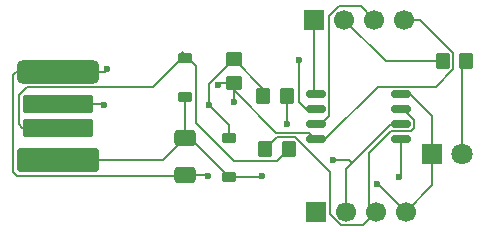
<source format=gbr>
%TF.GenerationSoftware,KiCad,Pcbnew,9.0.1*%
%TF.CreationDate,2025-11-17T22:12:27+05:30*%
%TF.ProjectId,Project_1,50726f6a-6563-4745-9f31-2e6b69636164,rev?*%
%TF.SameCoordinates,Original*%
%TF.FileFunction,Copper,L1,Top*%
%TF.FilePolarity,Positive*%
%FSLAX46Y46*%
G04 Gerber Fmt 4.6, Leading zero omitted, Abs format (unit mm)*
G04 Created by KiCad (PCBNEW 9.0.1) date 2025-11-17 22:12:27*
%MOMM*%
%LPD*%
G01*
G04 APERTURE LIST*
G04 Aperture macros list*
%AMRoundRect*
0 Rectangle with rounded corners*
0 $1 Rounding radius*
0 $2 $3 $4 $5 $6 $7 $8 $9 X,Y pos of 4 corners*
0 Add a 4 corners polygon primitive as box body*
4,1,4,$2,$3,$4,$5,$6,$7,$8,$9,$2,$3,0*
0 Add four circle primitives for the rounded corners*
1,1,$1+$1,$2,$3*
1,1,$1+$1,$4,$5*
1,1,$1+$1,$6,$7*
1,1,$1+$1,$8,$9*
0 Add four rect primitives between the rounded corners*
20,1,$1+$1,$2,$3,$4,$5,0*
20,1,$1+$1,$4,$5,$6,$7,0*
20,1,$1+$1,$6,$7,$8,$9,0*
20,1,$1+$1,$8,$9,$2,$3,0*%
G04 Aperture macros list end*
%TA.AperFunction,SMDPad,CuDef*%
%ADD10RoundRect,0.250000X-0.350000X-0.450000X0.350000X-0.450000X0.350000X0.450000X-0.350000X0.450000X0*%
%TD*%
%TA.AperFunction,SMDPad,CuDef*%
%ADD11RoundRect,0.250000X0.350000X0.450000X-0.350000X0.450000X-0.350000X-0.450000X0.350000X-0.450000X0*%
%TD*%
%TA.AperFunction,ComponentPad*%
%ADD12R,1.700000X1.700000*%
%TD*%
%TA.AperFunction,ComponentPad*%
%ADD13C,1.700000*%
%TD*%
%TA.AperFunction,SMDPad,CuDef*%
%ADD14RoundRect,0.250000X0.650000X-0.412500X0.650000X0.412500X-0.650000X0.412500X-0.650000X-0.412500X0*%
%TD*%
%TA.AperFunction,SMDPad,CuDef*%
%ADD15RoundRect,0.225000X-0.375000X0.225000X-0.375000X-0.225000X0.375000X-0.225000X0.375000X0.225000X0*%
%TD*%
%TA.AperFunction,SMDPad,CuDef*%
%ADD16RoundRect,0.500000X-3.000000X-0.500000X3.000000X-0.500000X3.000000X0.500000X-3.000000X0.500000X0*%
%TD*%
%TA.AperFunction,SMDPad,CuDef*%
%ADD17RoundRect,0.225000X-2.775000X-0.525000X2.775000X-0.525000X2.775000X0.525000X-2.775000X0.525000X0*%
%TD*%
%TA.AperFunction,SMDPad,CuDef*%
%ADD18RoundRect,0.300000X-3.200000X-0.700000X3.200000X-0.700000X3.200000X0.700000X-3.200000X0.700000X0*%
%TD*%
%TA.AperFunction,SMDPad,CuDef*%
%ADD19RoundRect,0.250000X0.450000X-0.350000X0.450000X0.350000X-0.450000X0.350000X-0.450000X-0.350000X0*%
%TD*%
%TA.AperFunction,ComponentPad*%
%ADD20R,1.800000X1.800000*%
%TD*%
%TA.AperFunction,ComponentPad*%
%ADD21C,1.800000*%
%TD*%
%TA.AperFunction,SMDPad,CuDef*%
%ADD22RoundRect,0.162500X0.650000X0.162500X-0.650000X0.162500X-0.650000X-0.162500X0.650000X-0.162500X0*%
%TD*%
%TA.AperFunction,ViaPad*%
%ADD23C,0.600000*%
%TD*%
%TA.AperFunction,Conductor*%
%ADD24C,0.200000*%
%TD*%
G04 APERTURE END LIST*
D10*
%TO.P,R1,1*%
%TO.N,Net-(J2-Pin_3)*%
X136550000Y-79950000D03*
%TO.P,R1,2*%
%TO.N,Net-(D1-K)*%
X138550000Y-79950000D03*
%TD*%
%TO.P,R3,1*%
%TO.N,Net-(J1-Pin_2)*%
X151600000Y-72500000D03*
%TO.P,R3,2*%
%TO.N,Net-(D3-A)*%
X153600000Y-72500000D03*
%TD*%
D11*
%TO.P,R2,1*%
%TO.N,Net-(J2-Pin_2)*%
X138400000Y-75450000D03*
%TO.P,R2,2*%
%TO.N,Net-(D2-K)*%
X136400000Y-75450000D03*
%TD*%
D12*
%TO.P,J2,1,Pin_1*%
%TO.N,Net-(J2-Pin_1)*%
X140890000Y-85250000D03*
D13*
%TO.P,J2,2,Pin_2*%
%TO.N,Net-(J2-Pin_2)*%
X143430000Y-85250000D03*
%TO.P,J2,3,Pin_3*%
%TO.N,Net-(J2-Pin_3)*%
X145970000Y-85250000D03*
%TO.P,J2,4,Pin_4*%
%TO.N,GND*%
X148510000Y-85250000D03*
%TD*%
D14*
%TO.P,C1,1*%
%TO.N,+5V*%
X129800000Y-82112500D03*
%TO.P,C1,2*%
%TO.N,GND*%
X129800000Y-78987500D03*
%TD*%
D15*
%TO.P,D1,1,K*%
%TO.N,Net-(D1-K)*%
X129750000Y-72200000D03*
%TO.P,D1,2,A*%
%TO.N,GND*%
X129750000Y-75500000D03*
%TD*%
D16*
%TO.P,U2,1,Vcc*%
%TO.N,+5V*%
X119000000Y-73400000D03*
D17*
%TO.P,U2,2,D+*%
%TO.N,Net-(D2-K)*%
X119000000Y-76150000D03*
%TO.P,U2,3,D-*%
%TO.N,Net-(D1-K)*%
X119000000Y-78150000D03*
D18*
%TO.P,U2,4,GND*%
%TO.N,GND*%
X119000000Y-80900000D03*
%TD*%
D12*
%TO.P,J1,1,Pin_1*%
%TO.N,Net-(J1-Pin_1)*%
X140730000Y-69000000D03*
D13*
%TO.P,J1,2,Pin_2*%
%TO.N,Net-(J1-Pin_2)*%
X143270000Y-69000000D03*
%TO.P,J1,3,Pin_3*%
%TO.N,Net-(J1-Pin_3)*%
X145810000Y-69000000D03*
%TO.P,J1,4,Pin_4*%
%TO.N,+5V*%
X148350000Y-69000000D03*
%TD*%
D19*
%TO.P,R4,1*%
%TO.N,+5V*%
X133900000Y-74350000D03*
%TO.P,R4,2*%
%TO.N,Net-(D2-K)*%
X133900000Y-72350000D03*
%TD*%
D15*
%TO.P,D2,1,K*%
%TO.N,Net-(D2-K)*%
X133550000Y-79000000D03*
%TO.P,D2,2,A*%
%TO.N,GND*%
X133550000Y-82300000D03*
%TD*%
D20*
%TO.P,D3,1,K*%
%TO.N,GND*%
X150730000Y-80350000D03*
D21*
%TO.P,D3,2,A*%
%TO.N,Net-(D3-A)*%
X153270000Y-80350000D03*
%TD*%
D22*
%TO.P,U3,1,~{RESET}/PB5*%
%TO.N,Net-(J2-Pin_1)*%
X148037500Y-79105000D03*
%TO.P,U3,2,XTAL1/PB3*%
%TO.N,Net-(J2-Pin_2)*%
X148037500Y-77835000D03*
%TO.P,U3,3,XTAL2/PB4*%
%TO.N,Net-(J2-Pin_3)*%
X148037500Y-76565000D03*
%TO.P,U3,4,GND*%
%TO.N,GND*%
X148037500Y-75295000D03*
%TO.P,U3,5,AREF/PB0*%
%TO.N,Net-(J1-Pin_1)*%
X140862500Y-75295000D03*
%TO.P,U3,6,PB1*%
%TO.N,Net-(J1-Pin_2)*%
X140862500Y-76565000D03*
%TO.P,U3,7,PB2*%
%TO.N,Net-(J1-Pin_3)*%
X140862500Y-77835000D03*
%TO.P,U3,8,VCC*%
%TO.N,+5V*%
X140862500Y-79105000D03*
%TD*%
D23*
%TO.N,+5V*%
X131700000Y-82200000D03*
X133950000Y-76000000D03*
X132550000Y-74550000D03*
X123200000Y-73200000D03*
%TO.N,GND*%
X146000000Y-82900000D03*
X136300000Y-82250000D03*
%TO.N,Net-(D2-K)*%
X122950000Y-76250000D03*
X131800000Y-76200000D03*
%TO.N,Net-(J1-Pin_2)*%
X139450000Y-72400000D03*
%TO.N,Net-(J2-Pin_2)*%
X142300000Y-80850000D03*
X138450000Y-77800000D03*
%TO.N,Net-(J2-Pin_1)*%
X147900000Y-82300000D03*
%TD*%
D24*
%TO.N,+5V*%
X115199000Y-73701000D02*
X115500000Y-73400000D01*
X115551056Y-82201000D02*
X115199000Y-81848944D01*
X115199000Y-81848944D02*
X115199000Y-73701000D01*
X129800000Y-82112500D02*
X129837500Y-82112500D01*
X115500000Y-73400000D02*
X119000000Y-73400000D01*
X123200000Y-73200000D02*
X123000000Y-73400000D01*
X152501000Y-73185160D02*
X151017160Y-74669000D01*
X131612500Y-82112500D02*
X131700000Y-82200000D01*
X123000000Y-73400000D02*
X119000000Y-73400000D01*
X133900000Y-74350000D02*
X132750000Y-74350000D01*
X133900000Y-74950000D02*
X137498000Y-78548000D01*
X133950000Y-74400000D02*
X133900000Y-74350000D01*
X141674999Y-79105000D02*
X140862500Y-79105000D01*
X133900000Y-74350000D02*
X133900000Y-74950000D01*
X132750000Y-74350000D02*
X132550000Y-74550000D01*
X152501000Y-71814840D02*
X152501000Y-73185160D01*
X148350000Y-69000000D02*
X149686160Y-69000000D01*
X129800000Y-82112500D02*
X129711500Y-82201000D01*
X129837500Y-82112500D02*
X130025000Y-82300000D01*
X133950000Y-76000000D02*
X133950000Y-74400000D01*
X146110999Y-74669000D02*
X141674999Y-79105000D01*
X140305500Y-78548000D02*
X140862500Y-79105000D01*
X149686160Y-69000000D02*
X152501000Y-71814840D01*
X137498000Y-78548000D02*
X140305500Y-78548000D01*
X129800000Y-82112500D02*
X131612500Y-82112500D01*
X151017160Y-74669000D02*
X146110999Y-74669000D01*
X129711500Y-82201000D02*
X115551056Y-82201000D01*
%TO.N,GND*%
X136300000Y-82250000D02*
X136250000Y-82300000D01*
X130237500Y-78987500D02*
X133550000Y-82300000D01*
X148510000Y-85250000D02*
X146160000Y-82900000D01*
X129800000Y-78987500D02*
X130237500Y-78987500D01*
X150730000Y-83030000D02*
X148510000Y-85250000D01*
X146160000Y-82900000D02*
X146000000Y-82900000D01*
X136250000Y-82300000D02*
X133550000Y-82300000D01*
X150730000Y-80350000D02*
X150730000Y-83030000D01*
X150730000Y-80350000D02*
X150730000Y-77175001D01*
X127887500Y-80900000D02*
X129800000Y-78987500D01*
X150730000Y-77175001D02*
X148849999Y-75295000D01*
X119000000Y-80900000D02*
X127887500Y-80900000D01*
X129800000Y-75300000D02*
X129800000Y-78987500D01*
X148849999Y-75295000D02*
X148037500Y-75295000D01*
%TO.N,Net-(D1-K)*%
X127099000Y-74701000D02*
X129800000Y-72000000D01*
X138550000Y-79950000D02*
X137549000Y-80951000D01*
X115699000Y-77849000D02*
X115699000Y-75400890D01*
X116398890Y-74701000D02*
X127099000Y-74701000D01*
X115699000Y-75400890D02*
X116398890Y-74701000D01*
X129501000Y-71701000D02*
X129800000Y-72000000D01*
X130701000Y-72901000D02*
X129800000Y-72000000D01*
X116000000Y-78150000D02*
X115699000Y-77849000D01*
X133951000Y-80951000D02*
X130701000Y-77701000D01*
X130701000Y-77701000D02*
X130701000Y-72901000D01*
X119000000Y-78150000D02*
X116000000Y-78150000D01*
X129800000Y-71800000D02*
X129800000Y-72000000D01*
X137549000Y-80951000D02*
X133951000Y-80951000D01*
%TO.N,Net-(D2-K)*%
X133550000Y-77950000D02*
X133550000Y-79000000D01*
X122850000Y-76150000D02*
X122950000Y-76250000D01*
X133900000Y-72350000D02*
X136400000Y-74850000D01*
X131800000Y-74450000D02*
X133900000Y-72350000D01*
X136400000Y-74850000D02*
X136400000Y-75450000D01*
X119000000Y-76150000D02*
X122850000Y-76150000D01*
X131800000Y-76200000D02*
X131800000Y-74450000D01*
X131800000Y-76200000D02*
X133550000Y-77950000D01*
%TO.N,Net-(D3-A)*%
X153270000Y-80350000D02*
X153270000Y-72830000D01*
X153270000Y-72830000D02*
X153600000Y-72500000D01*
%TO.N,Net-(J1-Pin_1)*%
X140730000Y-75162500D02*
X140862500Y-75295000D01*
X140730000Y-69000000D02*
X140730000Y-75162500D01*
%TO.N,Net-(J1-Pin_3)*%
X142793240Y-67849000D02*
X141976000Y-68666240D01*
X145810000Y-69000000D02*
X144659000Y-67849000D01*
X141976000Y-77124000D02*
X141265000Y-77835000D01*
X141265000Y-77835000D02*
X140862500Y-77835000D01*
X141976000Y-68666240D02*
X141976000Y-77124000D01*
X144659000Y-67849000D02*
X142793240Y-67849000D01*
%TO.N,Net-(J1-Pin_2)*%
X146770000Y-72500000D02*
X143270000Y-69000000D01*
X140862500Y-76565000D02*
X140050001Y-76565000D01*
X139450000Y-75964999D02*
X139450000Y-72400000D01*
X140050001Y-76565000D02*
X139450000Y-75964999D01*
X151600000Y-72500000D02*
X146770000Y-72500000D01*
%TO.N,Net-(J2-Pin_3)*%
X145970000Y-85250000D02*
X145399000Y-84679000D01*
X144819000Y-86401000D02*
X142953240Y-86401000D01*
X145399000Y-84679000D02*
X145399000Y-80271010D01*
X149151000Y-78193990D02*
X149151000Y-77476010D01*
X142953240Y-86401000D02*
X142041000Y-85488760D01*
X149151000Y-77476010D02*
X148239990Y-76565000D01*
X145399000Y-80271010D02*
X147209010Y-78461000D01*
X139135160Y-78949000D02*
X137551000Y-78949000D01*
X142041000Y-85488760D02*
X142041000Y-81854840D01*
X142041000Y-81854840D02*
X139135160Y-78949000D01*
X137551000Y-78949000D02*
X136550000Y-79950000D01*
X148239990Y-76565000D02*
X148037500Y-76565000D01*
X148883990Y-78461000D02*
X149151000Y-78193990D01*
X145970000Y-85250000D02*
X144819000Y-86401000D01*
X147209010Y-78461000D02*
X148883990Y-78461000D01*
%TO.N,Net-(J2-Pin_2)*%
X143430000Y-81630001D02*
X143430000Y-85250000D01*
X148037500Y-77835000D02*
X147225001Y-77835000D01*
X143650000Y-80850000D02*
X143930000Y-81130000D01*
X142300000Y-80850000D02*
X143650000Y-80850000D01*
X138400000Y-77750000D02*
X138450000Y-77800000D01*
X147225001Y-77835000D02*
X143930000Y-81130000D01*
X138400000Y-75450000D02*
X138400000Y-77750000D01*
X143930000Y-81130000D02*
X143430000Y-81630001D01*
%TO.N,Net-(J2-Pin_1)*%
X148037500Y-82162500D02*
X147900000Y-82300000D01*
X148037500Y-79105000D02*
X148037500Y-82162500D01*
%TD*%
M02*

</source>
